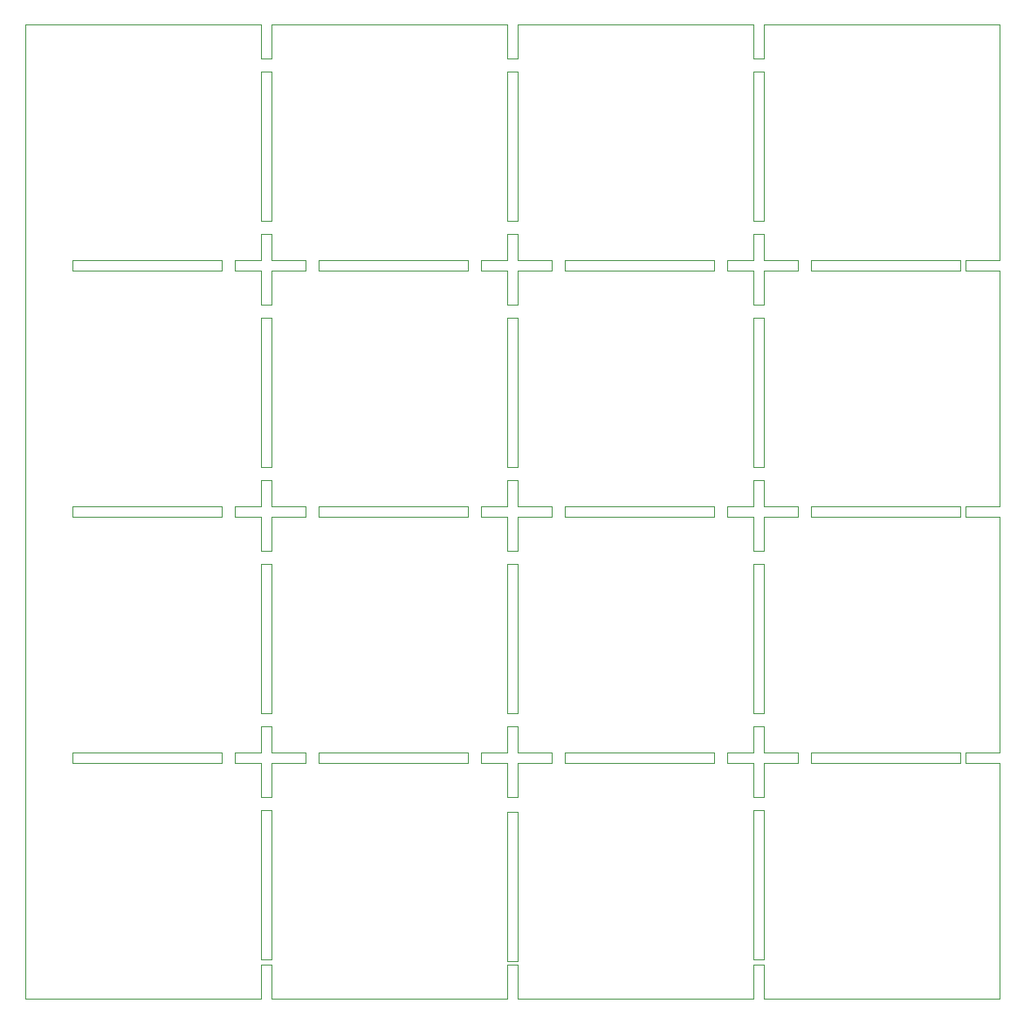
<source format=gm1>
G04 #@! TF.FileFunction,Profile,NP*
%FSLAX46Y46*%
G04 Gerber Fmt 4.6, Leading zero omitted, Abs format (unit mm)*
G04 Created by KiCad (PCBNEW 4.0.7) date Fri May 25 13:22:47 2018*
%MOMM*%
%LPD*%
G01*
G04 APERTURE LIST*
%ADD10C,0.150000*%
%ADD11C,0.100000*%
G04 APERTURE END LIST*
D10*
D11*
X32258000Y-32258000D02*
X32258000Y-126746000D01*
X103886000Y-80010000D02*
X107188000Y-80010000D01*
X107188000Y-80010000D02*
X107188000Y-78994000D01*
X107188000Y-78994000D02*
X103886000Y-78994000D01*
X108458000Y-80010000D02*
X122936000Y-80010000D01*
X122936000Y-80010000D02*
X122936000Y-78994000D01*
X122936000Y-78994000D02*
X108458000Y-78994000D01*
X108458000Y-80010000D02*
X108458000Y-78994000D01*
X80010000Y-80010000D02*
X83312000Y-80010000D01*
X83312000Y-80010000D02*
X83312000Y-78994000D01*
X83312000Y-78994000D02*
X80010000Y-78994000D01*
X102870000Y-78994000D02*
X100330000Y-78994000D01*
X100330000Y-78994000D02*
X100330000Y-80010000D01*
X100330000Y-80010000D02*
X102870000Y-80010000D01*
X84582000Y-80010000D02*
X99060000Y-80010000D01*
X99060000Y-80010000D02*
X99060000Y-78994000D01*
X99060000Y-78994000D02*
X84582000Y-78994000D01*
X84582000Y-80010000D02*
X84582000Y-78994000D01*
X56134000Y-80010000D02*
X59436000Y-80010000D01*
X59436000Y-80010000D02*
X59436000Y-78994000D01*
X59436000Y-78994000D02*
X56134000Y-78994000D01*
X78994000Y-78994000D02*
X76454000Y-78994000D01*
X76454000Y-78994000D02*
X76454000Y-80010000D01*
X76454000Y-80010000D02*
X78994000Y-80010000D01*
X60706000Y-80010000D02*
X75184000Y-80010000D01*
X75184000Y-80010000D02*
X75184000Y-78994000D01*
X75184000Y-78994000D02*
X60706000Y-78994000D01*
X60706000Y-80010000D02*
X60706000Y-78994000D01*
X55118000Y-78994000D02*
X52578000Y-78994000D01*
X52578000Y-78994000D02*
X52578000Y-80010000D01*
X52578000Y-80010000D02*
X55118000Y-80010000D01*
X36830000Y-80010000D02*
X51308000Y-80010000D01*
X51308000Y-80010000D02*
X51308000Y-78994000D01*
X51308000Y-78994000D02*
X36830000Y-78994000D01*
X36830000Y-80010000D02*
X36830000Y-78994000D01*
X36830000Y-103886000D02*
X36830000Y-102870000D01*
X51308000Y-102870000D02*
X36830000Y-102870000D01*
X51308000Y-103886000D02*
X51308000Y-102870000D01*
X36830000Y-103886000D02*
X51308000Y-103886000D01*
X52578000Y-103886000D02*
X55118000Y-103886000D01*
X52578000Y-102870000D02*
X52578000Y-103886000D01*
X55118000Y-102870000D02*
X52578000Y-102870000D01*
X60706000Y-103886000D02*
X60706000Y-102870000D01*
X75184000Y-102870000D02*
X60706000Y-102870000D01*
X75184000Y-103886000D02*
X75184000Y-102870000D01*
X60706000Y-103886000D02*
X75184000Y-103886000D01*
X76454000Y-103886000D02*
X78994000Y-103886000D01*
X76454000Y-102870000D02*
X76454000Y-103886000D01*
X78994000Y-102870000D02*
X76454000Y-102870000D01*
X59436000Y-102870000D02*
X56134000Y-102870000D01*
X59436000Y-103886000D02*
X59436000Y-102870000D01*
X56134000Y-103886000D02*
X59436000Y-103886000D01*
X84582000Y-103886000D02*
X84582000Y-102870000D01*
X99060000Y-102870000D02*
X84582000Y-102870000D01*
X99060000Y-103886000D02*
X99060000Y-102870000D01*
X84582000Y-103886000D02*
X99060000Y-103886000D01*
X100330000Y-103886000D02*
X102870000Y-103886000D01*
X100330000Y-102870000D02*
X100330000Y-103886000D01*
X102870000Y-102870000D02*
X100330000Y-102870000D01*
X83312000Y-102870000D02*
X80010000Y-102870000D01*
X83312000Y-103886000D02*
X83312000Y-102870000D01*
X80010000Y-103886000D02*
X83312000Y-103886000D01*
X108458000Y-103886000D02*
X108458000Y-102870000D01*
X122936000Y-102870000D02*
X108458000Y-102870000D01*
X122936000Y-103886000D02*
X122936000Y-102870000D01*
X108458000Y-103886000D02*
X122936000Y-103886000D01*
X107188000Y-102870000D02*
X103886000Y-102870000D01*
X107188000Y-103886000D02*
X107188000Y-102870000D01*
X103886000Y-103886000D02*
X107188000Y-103886000D01*
X78994000Y-126746000D02*
X56134000Y-126746000D01*
X56134000Y-126746000D02*
X56134000Y-123444000D01*
X56134000Y-123444000D02*
X55118000Y-123444000D01*
X55118000Y-123444000D02*
X55118000Y-126746000D01*
X55118000Y-126746000D02*
X32258000Y-126746000D01*
X80010000Y-126746000D02*
X80010000Y-123444000D01*
X80010000Y-123444000D02*
X78994000Y-123444000D01*
X78994000Y-123444000D02*
X78994000Y-126746000D01*
X102870000Y-126746000D02*
X80010000Y-126746000D01*
X102870000Y-123444000D02*
X102870000Y-126746000D01*
X103886000Y-123444000D02*
X102870000Y-123444000D01*
X103886000Y-126746000D02*
X103886000Y-123444000D01*
X126746000Y-126746000D02*
X103886000Y-126746000D01*
X126746000Y-32258000D02*
X126746000Y-55118000D01*
X126746000Y-55118000D02*
X123444000Y-55118000D01*
X123444000Y-55118000D02*
X123444000Y-56134000D01*
X123444000Y-56134000D02*
X126746000Y-56134000D01*
X126746000Y-56134000D02*
X126746000Y-78994000D01*
X123444000Y-80010000D02*
X126746000Y-80010000D01*
X123444000Y-78994000D02*
X123444000Y-80010000D01*
X126746000Y-78994000D02*
X123444000Y-78994000D01*
X126746000Y-103886000D02*
X126746000Y-126746000D01*
X123444000Y-103886000D02*
X126746000Y-103886000D01*
X123444000Y-102870000D02*
X123444000Y-103886000D01*
X126746000Y-102870000D02*
X123444000Y-102870000D01*
X126746000Y-80010000D02*
X126746000Y-102870000D01*
X103886000Y-56134000D02*
X107188000Y-56134000D01*
X107188000Y-56134000D02*
X107188000Y-55118000D01*
X107188000Y-55118000D02*
X103886000Y-55118000D01*
X108458000Y-56134000D02*
X122936000Y-56134000D01*
X122936000Y-56134000D02*
X122936000Y-55118000D01*
X122936000Y-55118000D02*
X108458000Y-55118000D01*
X108458000Y-56134000D02*
X108458000Y-55118000D01*
X80010000Y-56134000D02*
X83312000Y-56134000D01*
X83312000Y-56134000D02*
X83312000Y-55118000D01*
X83312000Y-55118000D02*
X80010000Y-55118000D01*
X102870000Y-55118000D02*
X100330000Y-55118000D01*
X100330000Y-55118000D02*
X100330000Y-56134000D01*
X100330000Y-56134000D02*
X102870000Y-56134000D01*
X84582000Y-56134000D02*
X99060000Y-56134000D01*
X99060000Y-56134000D02*
X99060000Y-55118000D01*
X99060000Y-55118000D02*
X84582000Y-55118000D01*
X84582000Y-56134000D02*
X84582000Y-55118000D01*
X56134000Y-56134000D02*
X59436000Y-56134000D01*
X59436000Y-56134000D02*
X59436000Y-55118000D01*
X59436000Y-55118000D02*
X56134000Y-55118000D01*
X78994000Y-55118000D02*
X76454000Y-55118000D01*
X76454000Y-55118000D02*
X76454000Y-56134000D01*
X76454000Y-56134000D02*
X78994000Y-56134000D01*
X60706000Y-56134000D02*
X75184000Y-56134000D01*
X75184000Y-56134000D02*
X75184000Y-55118000D01*
X75184000Y-55118000D02*
X60706000Y-55118000D01*
X60706000Y-56134000D02*
X60706000Y-55118000D01*
X56134000Y-59436000D02*
X56134000Y-56134000D01*
X78994000Y-56134000D02*
X78994000Y-59436000D01*
X78994000Y-52578000D02*
X78994000Y-55118000D01*
X56134000Y-55118000D02*
X56134000Y-52578000D01*
X102870000Y-56134000D02*
X102870000Y-59436000D01*
X102870000Y-59436000D02*
X103886000Y-59436000D01*
X103886000Y-59436000D02*
X103886000Y-56134000D01*
X103886000Y-78994000D02*
X103886000Y-76454000D01*
X103886000Y-76454000D02*
X102870000Y-76454000D01*
X102870000Y-76454000D02*
X102870000Y-78994000D01*
X102870000Y-60706000D02*
X102870000Y-75184000D01*
X102870000Y-75184000D02*
X103886000Y-75184000D01*
X103886000Y-75184000D02*
X103886000Y-60706000D01*
X102870000Y-60706000D02*
X103886000Y-60706000D01*
X102870000Y-80010000D02*
X102870000Y-83312000D01*
X102870000Y-83312000D02*
X103886000Y-83312000D01*
X103886000Y-83312000D02*
X103886000Y-80010000D01*
X103886000Y-102870000D02*
X103886000Y-100330000D01*
X103886000Y-100330000D02*
X102870000Y-100330000D01*
X102870000Y-100330000D02*
X102870000Y-102870000D01*
X102870000Y-84582000D02*
X102870000Y-99060000D01*
X102870000Y-99060000D02*
X103886000Y-99060000D01*
X103886000Y-99060000D02*
X103886000Y-84582000D01*
X102870000Y-84582000D02*
X103886000Y-84582000D01*
X102870000Y-103886000D02*
X102870000Y-107188000D01*
X102870000Y-107188000D02*
X103886000Y-107188000D01*
X103886000Y-107188000D02*
X103886000Y-103886000D01*
X102870000Y-108458000D02*
X102870000Y-122936000D01*
X102870000Y-122936000D02*
X103886000Y-122936000D01*
X103886000Y-122936000D02*
X103886000Y-108458000D01*
X102870000Y-108458000D02*
X103886000Y-108458000D01*
X78994000Y-103886000D02*
X78994000Y-107188000D01*
X78994000Y-107188000D02*
X80010000Y-107188000D01*
X80010000Y-107188000D02*
X80010000Y-103886000D01*
X78994000Y-108585000D02*
X78994000Y-123063000D01*
X78994000Y-123063000D02*
X80010000Y-123063000D01*
X80010000Y-123063000D02*
X80010000Y-108585000D01*
X78994000Y-108585000D02*
X80010000Y-108585000D01*
X55118000Y-103886000D02*
X55118000Y-107188000D01*
X55118000Y-107188000D02*
X56134000Y-107188000D01*
X56134000Y-107188000D02*
X56134000Y-103886000D01*
X55118000Y-108458000D02*
X55118000Y-122936000D01*
X55118000Y-122936000D02*
X56134000Y-122936000D01*
X56134000Y-122936000D02*
X56134000Y-108458000D01*
X55118000Y-108458000D02*
X56134000Y-108458000D01*
X78994000Y-80010000D02*
X78994000Y-83312000D01*
X78994000Y-83312000D02*
X80010000Y-83312000D01*
X80010000Y-83312000D02*
X80010000Y-80010000D01*
X80010000Y-102870000D02*
X80010000Y-100330000D01*
X80010000Y-100330000D02*
X78994000Y-100330000D01*
X78994000Y-100330000D02*
X78994000Y-102870000D01*
X78994000Y-84582000D02*
X78994000Y-99060000D01*
X78994000Y-99060000D02*
X80010000Y-99060000D01*
X80010000Y-99060000D02*
X80010000Y-84582000D01*
X78994000Y-84582000D02*
X80010000Y-84582000D01*
X55118000Y-80010000D02*
X55118000Y-83312000D01*
X55118000Y-83312000D02*
X56134000Y-83312000D01*
X56134000Y-83312000D02*
X56134000Y-80010000D01*
X56134000Y-102870000D02*
X56134000Y-100330000D01*
X56134000Y-100330000D02*
X55118000Y-100330000D01*
X55118000Y-100330000D02*
X55118000Y-102870000D01*
X55118000Y-84582000D02*
X55118000Y-99060000D01*
X55118000Y-99060000D02*
X56134000Y-99060000D01*
X56134000Y-99060000D02*
X56134000Y-84582000D01*
X55118000Y-84582000D02*
X56134000Y-84582000D01*
X55118000Y-56134000D02*
X55118000Y-59436000D01*
X55118000Y-59436000D02*
X56134000Y-59436000D01*
X56134000Y-78994000D02*
X56134000Y-76454000D01*
X56134000Y-76454000D02*
X55118000Y-76454000D01*
X55118000Y-76454000D02*
X55118000Y-78994000D01*
X55118000Y-60706000D02*
X55118000Y-75184000D01*
X55118000Y-75184000D02*
X56134000Y-75184000D01*
X56134000Y-75184000D02*
X56134000Y-60706000D01*
X55118000Y-60706000D02*
X56134000Y-60706000D01*
X78994000Y-59436000D02*
X80010000Y-59436000D01*
X80010000Y-59436000D02*
X80010000Y-56134000D01*
X80010000Y-78994000D02*
X80010000Y-76454000D01*
X80010000Y-76454000D02*
X78994000Y-76454000D01*
X78994000Y-76454000D02*
X78994000Y-78994000D01*
X78994000Y-60706000D02*
X78994000Y-75184000D01*
X78994000Y-75184000D02*
X80010000Y-75184000D01*
X80010000Y-75184000D02*
X80010000Y-60706000D01*
X78994000Y-60706000D02*
X80010000Y-60706000D01*
X102870000Y-36830000D02*
X103886000Y-36830000D01*
X103886000Y-51308000D02*
X103886000Y-36830000D01*
X102870000Y-51308000D02*
X103886000Y-51308000D01*
X102870000Y-36830000D02*
X102870000Y-51308000D01*
X102870000Y-52578000D02*
X102870000Y-55118000D01*
X103886000Y-52578000D02*
X102870000Y-52578000D01*
X103886000Y-55118000D02*
X103886000Y-52578000D01*
X80010000Y-32258000D02*
X102870000Y-32258000D01*
X102870000Y-32258000D02*
X102870000Y-35560000D01*
X102870000Y-35560000D02*
X103886000Y-35560000D01*
X103886000Y-35560000D02*
X103886000Y-32258000D01*
X103886000Y-32258000D02*
X126746000Y-32258000D01*
X55118000Y-55118000D02*
X52578000Y-55118000D01*
X52578000Y-55118000D02*
X52578000Y-56134000D01*
X52578000Y-56134000D02*
X55118000Y-56134000D01*
X36830000Y-56134000D02*
X51308000Y-56134000D01*
X51308000Y-56134000D02*
X51308000Y-55118000D01*
X51308000Y-55118000D02*
X36830000Y-55118000D01*
X36830000Y-56134000D02*
X36830000Y-55118000D01*
X78994000Y-32258000D02*
X78994000Y-35560000D01*
X78994000Y-35560000D02*
X80010000Y-35560000D01*
X80010000Y-35560000D02*
X80010000Y-32258000D01*
X80010000Y-55118000D02*
X80010000Y-52578000D01*
X80010000Y-52578000D02*
X78994000Y-52578000D01*
X78994000Y-36830000D02*
X78994000Y-51308000D01*
X78994000Y-51308000D02*
X80010000Y-51308000D01*
X80010000Y-51308000D02*
X80010000Y-36830000D01*
X78994000Y-36830000D02*
X80010000Y-36830000D01*
X55118000Y-36830000D02*
X56134000Y-36830000D01*
X56134000Y-51308000D02*
X56134000Y-36830000D01*
X55118000Y-51308000D02*
X56134000Y-51308000D01*
X55118000Y-36830000D02*
X55118000Y-51308000D01*
X55118000Y-52578000D02*
X55118000Y-55118000D01*
X56134000Y-52578000D02*
X55118000Y-52578000D01*
X56134000Y-32258000D02*
X78994000Y-32258000D01*
X56134000Y-35560000D02*
X56134000Y-32258000D01*
X55118000Y-35560000D02*
X56134000Y-35560000D01*
X55118000Y-32258000D02*
X55118000Y-35560000D01*
X32258000Y-32258000D02*
X55118000Y-32258000D01*
M02*

</source>
